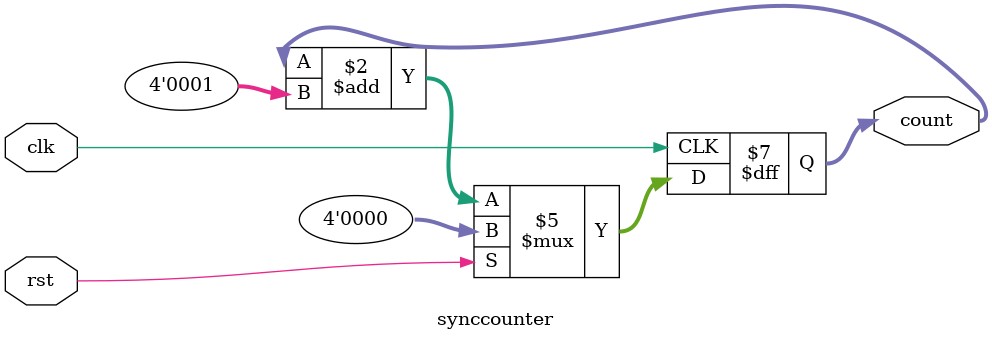
<source format=v>
`timescale 1ns / 1ps


module synccounter(count,rst,clk);
input rst,clk;
output reg [3:0] count;
initial 
begin
count<=4'b0000;
end
always @(posedge clk)
if(rst)
count<=4'b0000;
else
count<=count+4'b0001;
endmodule

</source>
